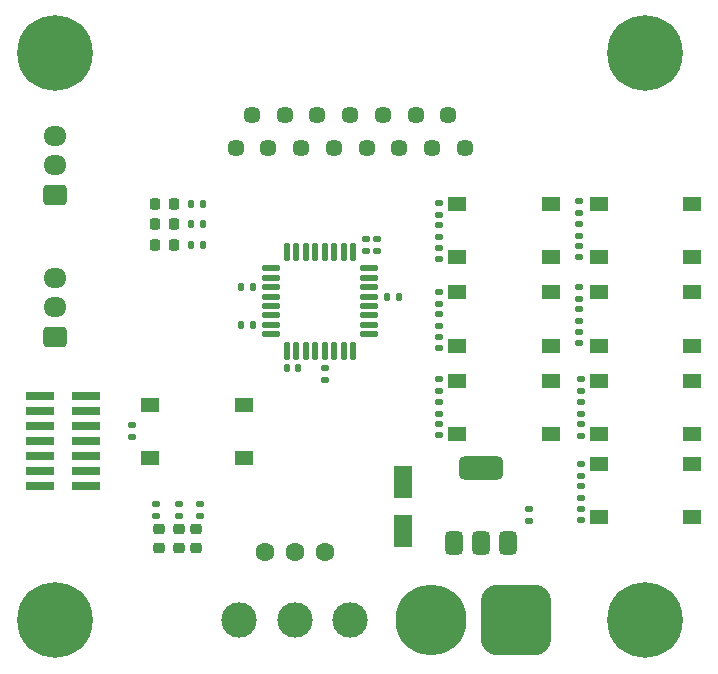
<source format=gbr>
%TF.GenerationSoftware,KiCad,Pcbnew,8.0.0-8.0.0-1~ubuntu22.04.1*%
%TF.CreationDate,2024-03-31T18:51:45+02:00*%
%TF.ProjectId,ProjetCorps,50726f6a-6574-4436-9f72-70732e6b6963,rev?*%
%TF.SameCoordinates,Original*%
%TF.FileFunction,Soldermask,Top*%
%TF.FilePolarity,Negative*%
%FSLAX46Y46*%
G04 Gerber Fmt 4.6, Leading zero omitted, Abs format (unit mm)*
G04 Created by KiCad (PCBNEW 8.0.0-8.0.0-1~ubuntu22.04.1) date 2024-03-31 18:51:45*
%MOMM*%
%LPD*%
G01*
G04 APERTURE LIST*
G04 Aperture macros list*
%AMRoundRect*
0 Rectangle with rounded corners*
0 $1 Rounding radius*
0 $2 $3 $4 $5 $6 $7 $8 $9 X,Y pos of 4 corners*
0 Add a 4 corners polygon primitive as box body*
4,1,4,$2,$3,$4,$5,$6,$7,$8,$9,$2,$3,0*
0 Add four circle primitives for the rounded corners*
1,1,$1+$1,$2,$3*
1,1,$1+$1,$4,$5*
1,1,$1+$1,$6,$7*
1,1,$1+$1,$8,$9*
0 Add four rect primitives between the rounded corners*
20,1,$1+$1,$2,$3,$4,$5,0*
20,1,$1+$1,$4,$5,$6,$7,0*
20,1,$1+$1,$6,$7,$8,$9,0*
20,1,$1+$1,$8,$9,$2,$3,0*%
G04 Aperture macros list end*
%ADD10RoundRect,0.135000X-0.185000X0.135000X-0.185000X-0.135000X0.185000X-0.135000X0.185000X0.135000X0*%
%ADD11R,1.550000X1.300000*%
%ADD12RoundRect,0.375000X0.375000X-0.625000X0.375000X0.625000X-0.375000X0.625000X-0.375000X-0.625000X0*%
%ADD13RoundRect,0.500000X1.400000X-0.500000X1.400000X0.500000X-1.400000X0.500000X-1.400000X-0.500000X0*%
%ADD14RoundRect,0.140000X-0.170000X0.140000X-0.170000X-0.140000X0.170000X-0.140000X0.170000X0.140000X0*%
%ADD15RoundRect,0.135000X0.135000X0.185000X-0.135000X0.185000X-0.135000X-0.185000X0.135000X-0.185000X0*%
%ADD16RoundRect,0.218750X-0.218750X-0.256250X0.218750X-0.256250X0.218750X0.256250X-0.218750X0.256250X0*%
%ADD17R,2.400000X0.740000*%
%ADD18RoundRect,0.250000X-0.550000X1.137500X-0.550000X-1.137500X0.550000X-1.137500X0.550000X1.137500X0*%
%ADD19C,0.800000*%
%ADD20C,6.400000*%
%ADD21RoundRect,0.140000X0.170000X-0.140000X0.170000X0.140000X-0.170000X0.140000X-0.170000X-0.140000X0*%
%ADD22RoundRect,0.218750X0.256250X-0.218750X0.256250X0.218750X-0.256250X0.218750X-0.256250X-0.218750X0*%
%ADD23RoundRect,0.250000X0.725000X-0.600000X0.725000X0.600000X-0.725000X0.600000X-0.725000X-0.600000X0*%
%ADD24O,1.950000X1.700000*%
%ADD25C,3.000000*%
%ADD26C,1.600000*%
%ADD27RoundRect,0.125000X0.125000X-0.625000X0.125000X0.625000X-0.125000X0.625000X-0.125000X-0.625000X0*%
%ADD28RoundRect,0.125000X0.625000X-0.125000X0.625000X0.125000X-0.625000X0.125000X-0.625000X-0.125000X0*%
%ADD29RoundRect,1.500000X1.500000X1.500000X-1.500000X1.500000X-1.500000X-1.500000X1.500000X-1.500000X0*%
%ADD30C,6.000000*%
%ADD31RoundRect,0.140000X-0.140000X-0.170000X0.140000X-0.170000X0.140000X0.170000X-0.140000X0.170000X0*%
%ADD32RoundRect,0.135000X-0.135000X-0.185000X0.135000X-0.185000X0.135000X0.185000X-0.135000X0.185000X0*%
%ADD33C,1.447800*%
G04 APERTURE END LIST*
D10*
%TO.C,R202*%
X154500000Y-77600000D03*
X154500000Y-78620000D03*
%TD*%
D11*
%TO.C,SW601*%
X144025000Y-70250000D03*
X151975000Y-70250000D03*
X144025000Y-74750000D03*
X151975000Y-74750000D03*
%TD*%
%TO.C,SW401*%
X156025000Y-62750000D03*
X163975000Y-62750000D03*
X156025000Y-67250000D03*
X163975000Y-67250000D03*
%TD*%
D10*
%TO.C,R602*%
X142500000Y-70240000D03*
X142500000Y-71260000D03*
%TD*%
D11*
%TO.C,SW102*%
X118025000Y-79750000D03*
X125975000Y-79750000D03*
X118025000Y-84250000D03*
X125975000Y-84250000D03*
%TD*%
D12*
%TO.C,U103*%
X143750000Y-91450000D03*
X146050000Y-91450000D03*
D13*
X146050000Y-85150000D03*
D12*
X148350000Y-91450000D03*
%TD*%
D14*
%TO.C,C101*%
X137300000Y-65770000D03*
X137300000Y-66730000D03*
%TD*%
D10*
%TO.C,R109*%
X122250000Y-88140000D03*
X122250000Y-89160000D03*
%TD*%
D15*
%TO.C,R103*%
X122547500Y-66250000D03*
X121527500Y-66250000D03*
%TD*%
D14*
%TO.C,C103*%
X136300000Y-65770000D03*
X136300000Y-66730000D03*
%TD*%
D16*
%TO.C,D102*%
X118500000Y-64500000D03*
X120075000Y-64500000D03*
%TD*%
D14*
%TO.C,C201*%
X154500000Y-81420000D03*
X154500000Y-82380000D03*
%TD*%
D17*
%TO.C,J105*%
X108750000Y-79000000D03*
X112650000Y-79000000D03*
X108750000Y-80270000D03*
X112650000Y-80270000D03*
X108750000Y-81540000D03*
X112650000Y-81540000D03*
X108750000Y-82810000D03*
X112650000Y-82810000D03*
X108750000Y-84080000D03*
X112650000Y-84080000D03*
X108750000Y-85350000D03*
X112650000Y-85350000D03*
X108750000Y-86620000D03*
X112650000Y-86620000D03*
%TD*%
D14*
%TO.C,C104*%
X132900000Y-76670000D03*
X132900000Y-77630000D03*
%TD*%
D18*
%TO.C,C107*%
X139450000Y-86325000D03*
X139450000Y-90450000D03*
%TD*%
D11*
%TO.C,SW701*%
X144025000Y-62750000D03*
X151975000Y-62750000D03*
X144025000Y-67250000D03*
X151975000Y-67250000D03*
%TD*%
D19*
%TO.C,H102*%
X157600000Y-50000000D03*
X158302944Y-48302944D03*
X158302944Y-51697056D03*
X160000000Y-47600000D03*
D20*
X160000000Y-50000000D03*
D19*
X160000000Y-52400000D03*
X161697056Y-48302944D03*
X161697056Y-51697056D03*
X162400000Y-50000000D03*
%TD*%
D21*
%TO.C,C106*%
X150150000Y-89580000D03*
X150150000Y-88620000D03*
%TD*%
D22*
%TO.C,D105*%
X120480000Y-91887500D03*
X120480000Y-90312500D03*
%TD*%
D14*
%TO.C,C401*%
X154400000Y-66320000D03*
X154400000Y-67280000D03*
%TD*%
D19*
%TO.C,H103*%
X107600000Y-98000000D03*
X108302944Y-96302944D03*
X108302944Y-99697056D03*
X110000000Y-95600000D03*
D20*
X110000000Y-98000000D03*
D19*
X110000000Y-100400000D03*
X111697056Y-96302944D03*
X111697056Y-99697056D03*
X112400000Y-98000000D03*
%TD*%
D15*
%TO.C,R106*%
X126810000Y-73000000D03*
X125790000Y-73000000D03*
%TD*%
D16*
%TO.C,D101*%
X118500000Y-66250000D03*
X120075000Y-66250000D03*
%TD*%
D10*
%TO.C,R702*%
X142502500Y-62670000D03*
X142502500Y-63690000D03*
%TD*%
D15*
%TO.C,R105*%
X122547500Y-62750000D03*
X121527500Y-62750000D03*
%TD*%
D10*
%TO.C,R701*%
X142500000Y-64580000D03*
X142500000Y-65600000D03*
%TD*%
D23*
%TO.C,J103*%
X110000000Y-74000000D03*
D24*
X110000000Y-71500000D03*
X110000000Y-69000000D03*
%TD*%
D10*
%TO.C,R201*%
X154500000Y-79490000D03*
X154500000Y-80510000D03*
%TD*%
D19*
%TO.C,H101*%
X107600000Y-50000000D03*
X108302944Y-48302944D03*
X108302944Y-51697056D03*
X110000000Y-47600000D03*
D20*
X110000000Y-50000000D03*
D19*
X110000000Y-52400000D03*
X111697056Y-48302944D03*
X111697056Y-51697056D03*
X112400000Y-50000000D03*
%TD*%
D25*
%TO.C,SW101*%
X125600000Y-98000000D03*
X130300000Y-98000000D03*
X135000000Y-98000000D03*
%TD*%
D22*
%TO.C,D104*%
X118800000Y-91887500D03*
X118800000Y-90312500D03*
%TD*%
D10*
%TO.C,R302*%
X154400000Y-69790000D03*
X154400000Y-70810000D03*
%TD*%
%TO.C,R801*%
X154500000Y-86650000D03*
X154500000Y-87670000D03*
%TD*%
%TO.C,R402*%
X154400000Y-62540000D03*
X154400000Y-63560000D03*
%TD*%
D14*
%TO.C,C501*%
X142500000Y-81360000D03*
X142500000Y-82320000D03*
%TD*%
%TO.C,C801*%
X154500000Y-88600000D03*
X154500000Y-89560000D03*
%TD*%
D26*
%TO.C,U104*%
X127760000Y-92250000D03*
X130300000Y-92250000D03*
X132840000Y-92250000D03*
%TD*%
D22*
%TO.C,D106*%
X121980000Y-91887500D03*
X121980000Y-90312500D03*
%TD*%
D10*
%TO.C,R108*%
X120500000Y-88140000D03*
X120500000Y-89160000D03*
%TD*%
%TO.C,R502*%
X142510000Y-77600000D03*
X142510000Y-78620000D03*
%TD*%
%TO.C,R802*%
X154500000Y-84760000D03*
X154500000Y-85780000D03*
%TD*%
D27*
%TO.C,U101*%
X129650000Y-75175000D03*
X130450000Y-75175000D03*
X131250000Y-75175000D03*
X132050000Y-75175000D03*
X132850000Y-75175000D03*
X133650000Y-75175000D03*
X134450000Y-75175000D03*
X135250000Y-75175000D03*
D28*
X136625000Y-73800000D03*
X136625000Y-73000000D03*
X136625000Y-72200000D03*
X136625000Y-71400000D03*
X136625000Y-70600000D03*
X136625000Y-69800000D03*
X136625000Y-69000000D03*
X136625000Y-68200000D03*
D27*
X135250000Y-66825000D03*
X134450000Y-66825000D03*
X133650000Y-66825000D03*
X132850000Y-66825000D03*
X132050000Y-66825000D03*
X131250000Y-66825000D03*
X130450000Y-66825000D03*
X129650000Y-66825000D03*
D28*
X128275000Y-68200000D03*
X128275000Y-69000000D03*
X128275000Y-69800000D03*
X128275000Y-70600000D03*
X128275000Y-71400000D03*
X128275000Y-72200000D03*
X128275000Y-73000000D03*
X128275000Y-73800000D03*
%TD*%
D10*
%TO.C,R501*%
X142500000Y-79490000D03*
X142500000Y-80510000D03*
%TD*%
D16*
%TO.C,D103*%
X118500000Y-62750000D03*
X120075000Y-62750000D03*
%TD*%
D10*
%TO.C,R301*%
X154400000Y-71690000D03*
X154400000Y-72710000D03*
%TD*%
%TO.C,R401*%
X154400000Y-64440000D03*
X154400000Y-65460000D03*
%TD*%
%TO.C,R107*%
X118550000Y-88140000D03*
X118550000Y-89160000D03*
%TD*%
D29*
%TO.C,J101*%
X149075000Y-98000000D03*
D30*
X141875000Y-98000000D03*
%TD*%
D11*
%TO.C,SW801*%
X156025000Y-84750000D03*
X163975000Y-84750000D03*
X156025000Y-89250000D03*
X163975000Y-89250000D03*
%TD*%
D14*
%TO.C,C301*%
X154400000Y-73590000D03*
X154400000Y-74550000D03*
%TD*%
D10*
%TO.C,R601*%
X142500000Y-72100000D03*
X142500000Y-73120000D03*
%TD*%
D11*
%TO.C,SW501*%
X144025000Y-77750000D03*
X151975000Y-77750000D03*
X144025000Y-82250000D03*
X151975000Y-82250000D03*
%TD*%
%TO.C,SW201*%
X156025000Y-77750000D03*
X163975000Y-77750000D03*
X156025000Y-82250000D03*
X163975000Y-82250000D03*
%TD*%
D31*
%TO.C,C102*%
X129640000Y-76650000D03*
X130600000Y-76650000D03*
%TD*%
D15*
%TO.C,R104*%
X122547500Y-64500000D03*
X121527500Y-64500000D03*
%TD*%
D11*
%TO.C,SW301*%
X156025000Y-70250000D03*
X163975000Y-70250000D03*
X156025000Y-74750000D03*
X163975000Y-74750000D03*
%TD*%
D14*
%TO.C,C701*%
X142500000Y-66490000D03*
X142500000Y-67450000D03*
%TD*%
D32*
%TO.C,R102*%
X125790000Y-69800000D03*
X126810000Y-69800000D03*
%TD*%
D19*
%TO.C,H104*%
X157600000Y-98000000D03*
X158302944Y-96302944D03*
X158302944Y-99697056D03*
X160000000Y-95600000D03*
D20*
X160000000Y-98000000D03*
D19*
X160000000Y-100400000D03*
X161697056Y-96302944D03*
X161697056Y-99697056D03*
X162400000Y-98000000D03*
%TD*%
D33*
%TO.C,J104*%
X125305003Y-58060007D03*
X128075002Y-58060007D03*
X130845002Y-58060007D03*
X133615002Y-58060007D03*
X136385001Y-58060007D03*
X139155001Y-58060007D03*
X141925000Y-58060007D03*
X144695000Y-58060007D03*
X126690001Y-55220008D03*
X129460001Y-55220008D03*
X132230000Y-55220008D03*
X135000000Y-55220008D03*
X137770000Y-55220008D03*
X140539999Y-55220008D03*
X143309999Y-55220008D03*
%TD*%
D14*
%TO.C,C105*%
X116500000Y-81520000D03*
X116500000Y-82480000D03*
%TD*%
%TO.C,C601*%
X142500000Y-74000000D03*
X142500000Y-74960000D03*
%TD*%
D15*
%TO.C,R101*%
X139110000Y-70600000D03*
X138090000Y-70600000D03*
%TD*%
D23*
%TO.C,J102*%
X110000000Y-62000000D03*
D24*
X110000000Y-59500000D03*
X110000000Y-57000000D03*
%TD*%
M02*

</source>
